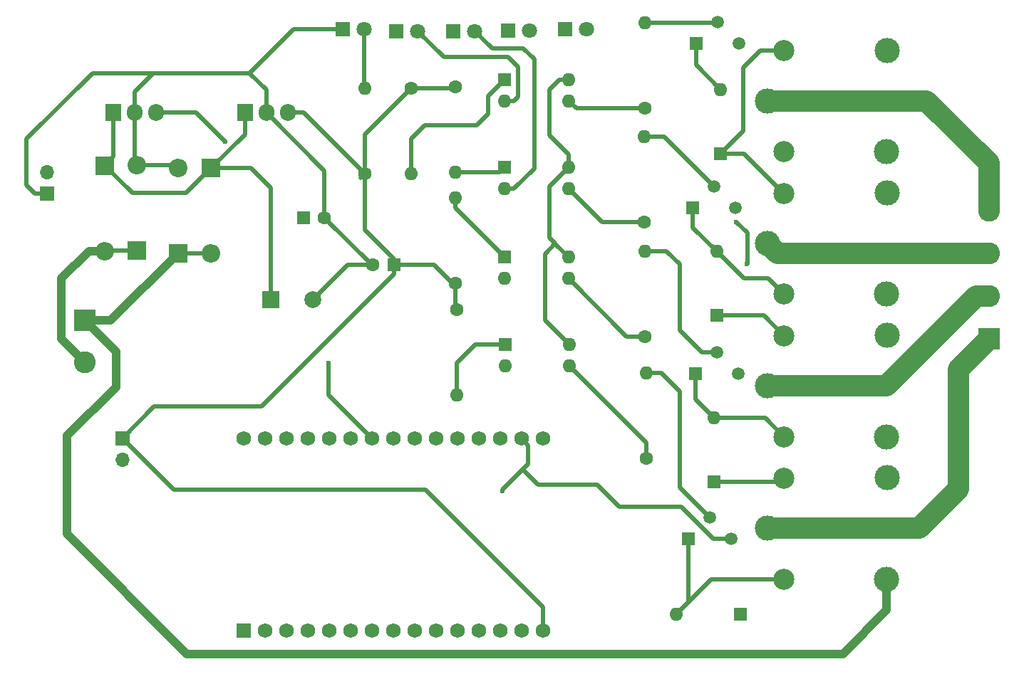
<source format=gbr>
%TF.GenerationSoftware,KiCad,Pcbnew,8.0.7*%
%TF.CreationDate,2025-08-04T19:52:47+05:30*%
%TF.ProjectId,IOT,494f542e-6b69-4636-9164-5f7063625858,rev?*%
%TF.SameCoordinates,Original*%
%TF.FileFunction,Copper,L2,Bot*%
%TF.FilePolarity,Positive*%
%FSLAX46Y46*%
G04 Gerber Fmt 4.6, Leading zero omitted, Abs format (unit mm)*
G04 Created by KiCad (PCBNEW 8.0.7) date 2025-08-04 19:52:47*
%MOMM*%
%LPD*%
G01*
G04 APERTURE LIST*
%TA.AperFunction,ComponentPad*%
%ADD10R,1.700000X1.700000*%
%TD*%
%TA.AperFunction,ComponentPad*%
%ADD11O,1.700000X1.700000*%
%TD*%
%TA.AperFunction,ComponentPad*%
%ADD12O,1.905000X2.000000*%
%TD*%
%TA.AperFunction,ComponentPad*%
%ADD13R,1.905000X2.000000*%
%TD*%
%TA.AperFunction,ComponentPad*%
%ADD14R,1.600000X1.600000*%
%TD*%
%TA.AperFunction,ComponentPad*%
%ADD15C,1.600000*%
%TD*%
%TA.AperFunction,ComponentPad*%
%ADD16O,1.600000X1.600000*%
%TD*%
%TA.AperFunction,ComponentPad*%
%ADD17R,2.200000X2.200000*%
%TD*%
%TA.AperFunction,ComponentPad*%
%ADD18O,2.200000X2.200000*%
%TD*%
%TA.AperFunction,ComponentPad*%
%ADD19R,1.800000X1.800000*%
%TD*%
%TA.AperFunction,ComponentPad*%
%ADD20C,1.800000*%
%TD*%
%TA.AperFunction,ComponentPad*%
%ADD21R,2.600000X2.600000*%
%TD*%
%TA.AperFunction,ComponentPad*%
%ADD22C,2.600000*%
%TD*%
%TA.AperFunction,ComponentPad*%
%ADD23R,1.752600X1.752600*%
%TD*%
%TA.AperFunction,ComponentPad*%
%ADD24C,1.752600*%
%TD*%
%TA.AperFunction,ComponentPad*%
%ADD25C,3.000000*%
%TD*%
%TA.AperFunction,ComponentPad*%
%ADD26C,2.500000*%
%TD*%
%TA.AperFunction,ComponentPad*%
%ADD27R,1.500000X1.500000*%
%TD*%
%TA.AperFunction,ComponentPad*%
%ADD28C,1.500000*%
%TD*%
%TA.AperFunction,ComponentPad*%
%ADD29R,2.000000X2.000000*%
%TD*%
%TA.AperFunction,ComponentPad*%
%ADD30C,2.000000*%
%TD*%
%TA.AperFunction,ViaPad*%
%ADD31C,0.600000*%
%TD*%
%TA.AperFunction,Conductor*%
%ADD32C,0.500000*%
%TD*%
%TA.AperFunction,Conductor*%
%ADD33C,1.000000*%
%TD*%
%TA.AperFunction,Conductor*%
%ADD34C,2.500000*%
%TD*%
%TA.AperFunction,Conductor*%
%ADD35C,0.200000*%
%TD*%
G04 APERTURE END LIST*
D10*
%TO.P,J4,1,Pin_1*%
%TO.N,GND*%
X130825000Y-47725000D03*
D11*
%TO.P,J4,2,Pin_2*%
%TO.N,/12V*%
X130825000Y-45185000D03*
%TD*%
D12*
%TO.P,U7,3,VO*%
%TO.N,/12V*%
X143775000Y-38075000D03*
%TO.P,U7,2,GND*%
%TO.N,GND*%
X141235000Y-38075000D03*
D13*
%TO.P,U7,1,VI*%
%TO.N,+12V*%
X138695000Y-38075000D03*
%TD*%
D14*
%TO.P,C3,1*%
%TO.N,/12V*%
X161275000Y-50600000D03*
D15*
%TO.P,C3,2*%
%TO.N,GND*%
X163775000Y-50600000D03*
%TD*%
%TO.P,R9,1*%
%TO.N,Net-(R9-Pad1)*%
X202025000Y-79255000D03*
D16*
%TO.P,R9,2*%
%TO.N,Net-(Q4-B)*%
X202025000Y-69095000D03*
%TD*%
D17*
%TO.P,D4,1,K*%
%TO.N,+12V*%
X150300000Y-44720000D03*
D18*
%TO.P,D4,2,A*%
%TO.N,/P-*%
X150300000Y-54880000D03*
%TD*%
D10*
%TO.P,J3,1,Pin_1*%
%TO.N,/VCC*%
X139750000Y-76900000D03*
D11*
%TO.P,J3,2,Pin_2*%
%TO.N,/JD-VCC*%
X139750000Y-79440000D03*
%TD*%
D15*
%TO.P,R7,1*%
%TO.N,Net-(R7-Pad1)*%
X201850000Y-64755000D03*
D16*
%TO.P,R7,2*%
%TO.N,Net-(Q3-B)*%
X201850000Y-54595000D03*
%TD*%
D14*
%TO.P,D8,1,K*%
%TO.N,/JD-VCC*%
X210075000Y-82060000D03*
D16*
%TO.P,D8,2,A*%
%TO.N,Net-(D8-A)*%
X210075000Y-74440000D03*
%TD*%
D19*
%TO.P,D13,1,K*%
%TO.N,/IN4*%
X192360000Y-28225000D03*
D20*
%TO.P,D13,2,A*%
%TO.N,Net-(D13-A)*%
X194900000Y-28225000D03*
%TD*%
D14*
%TO.P,U4,1*%
%TO.N,Net-(R6-Pad2)*%
X185150000Y-55300000D03*
D16*
%TO.P,U4,2*%
%TO.N,Net-(D12-A)*%
X185150000Y-57840000D03*
%TO.P,U4,3*%
%TO.N,Net-(R7-Pad1)*%
X192770000Y-57840000D03*
%TO.P,U4,4*%
%TO.N,/JD-VCC*%
X192770000Y-55300000D03*
%TD*%
D15*
%TO.P,R3,1*%
%TO.N,Net-(R3-Pad1)*%
X201850000Y-37605000D03*
D16*
%TO.P,R3,2*%
%TO.N,Net-(Q1-B)*%
X201850000Y-27445000D03*
%TD*%
D21*
%TO.P,J2,1,Pin_1*%
%TO.N,/C4*%
X242750000Y-65040000D03*
D22*
%TO.P,J2,2,Pin_2*%
%TO.N,/C3*%
X242750000Y-59960000D03*
%TO.P,J2,3,Pin_3*%
%TO.N,/C2*%
X242750000Y-54880000D03*
%TO.P,J2,4,Pin_4*%
%TO.N,/C1*%
X242750000Y-49800000D03*
%TD*%
D15*
%TO.P,R4,1*%
%TO.N,/VCC*%
X179300000Y-35100000D03*
D16*
%TO.P,R4,2*%
%TO.N,Net-(R4-Pad2)*%
X179300000Y-45260000D03*
%TD*%
D15*
%TO.P,R6,1*%
%TO.N,/VCC*%
X179300000Y-58455000D03*
D16*
%TO.P,R6,2*%
%TO.N,Net-(R6-Pad2)*%
X179300000Y-48295000D03*
%TD*%
D19*
%TO.P,D10,1,K*%
%TO.N,/IN1*%
X172335000Y-28425000D03*
D20*
%TO.P,D10,2,A*%
%TO.N,Net-(D10-A)*%
X174875000Y-28425000D03*
%TD*%
D15*
%TO.P,R1,1*%
%TO.N,/VCC*%
X168575000Y-45430000D03*
D16*
%TO.P,R1,2*%
%TO.N,Net-(D5-A)*%
X168575000Y-35270000D03*
%TD*%
D23*
%TO.P,U6,1,A0*%
%TO.N,unconnected-(U6-A0-Pad1)*%
X154190000Y-99760000D03*
D24*
%TO.P,U6,2,RSV1*%
%TO.N,unconnected-(U6-RSV1-Pad2)*%
X156730000Y-99760000D03*
%TO.P,U6,3,RSV2*%
%TO.N,unconnected-(U6-RSV2-Pad3)*%
X159270000Y-99760000D03*
%TO.P,U6,4,SD3*%
%TO.N,unconnected-(U6-SD3-Pad4)*%
X161810000Y-99760000D03*
%TO.P,U6,5,SD2*%
%TO.N,unconnected-(U6-SD2-Pad5)*%
X164350000Y-99760000D03*
%TO.P,U6,6,SD1*%
%TO.N,unconnected-(U6-SD1-Pad6)*%
X166890000Y-99760000D03*
%TO.P,U6,7,CMD*%
%TO.N,unconnected-(U6-CMD-Pad7)*%
X169430000Y-99760000D03*
%TO.P,U6,8,SD0*%
%TO.N,unconnected-(U6-SD0-Pad8)*%
X171970000Y-99760000D03*
%TO.P,U6,9,CLK*%
%TO.N,unconnected-(U6-CLK-Pad9)*%
X174510000Y-99760000D03*
%TO.P,U6,10,GND*%
%TO.N,GND*%
X177050000Y-99760000D03*
%TO.P,U6,11,3V3*%
%TO.N,unconnected-(U6-3V3-Pad11)_1*%
X179590000Y-99760000D03*
%TO.P,U6,12,EN*%
%TO.N,unconnected-(U6-EN-Pad12)*%
X182130000Y-99760000D03*
%TO.P,U6,13,RST*%
%TO.N,unconnected-(U6-RST-Pad13)*%
X184670000Y-99760000D03*
%TO.P,U6,14,GND*%
%TO.N,GND*%
X187210000Y-99760000D03*
%TO.P,U6,15,VIN*%
%TO.N,/VCC*%
X189750000Y-99760000D03*
%TO.P,U6,16,3V3*%
%TO.N,unconnected-(U6-3V3-Pad11)_2*%
X189750000Y-76900000D03*
%TO.P,U6,17,GND*%
%TO.N,GND*%
X187210000Y-76900000D03*
%TO.P,U6,18,TX*%
%TO.N,unconnected-(U6-TX-Pad18)*%
X184670000Y-76900000D03*
%TO.P,U6,19,RX*%
%TO.N,unconnected-(U6-RX-Pad19)*%
X182130000Y-76900000D03*
%TO.P,U6,20,D8*%
%TO.N,unconnected-(U6-D8-Pad20)*%
X179590000Y-76900000D03*
%TO.P,U6,21,D7*%
%TO.N,unconnected-(U6-D7-Pad21)*%
X177050000Y-76900000D03*
%TO.P,U6,22,D6*%
%TO.N,unconnected-(U6-D6-Pad22)*%
X174510000Y-76900000D03*
%TO.P,U6,23,D5*%
%TO.N,unconnected-(U6-D5-Pad23)*%
X171970000Y-76900000D03*
%TO.P,U6,24,GND*%
%TO.N,GND*%
X169430000Y-76900000D03*
%TO.P,U6,25,3V3*%
%TO.N,unconnected-(U6-3V3-Pad11)*%
X166890000Y-76900000D03*
%TO.P,U6,26,D4*%
%TO.N,/IN4*%
X164350000Y-76900000D03*
%TO.P,U6,27,D3*%
%TO.N,/IN3*%
X161810000Y-76900000D03*
%TO.P,U6,28,D2*%
%TO.N,/IN2*%
X159270000Y-76900000D03*
%TO.P,U6,29,D1*%
%TO.N,/IN1*%
X156730000Y-76900000D03*
%TO.P,U6,30,D0*%
%TO.N,unconnected-(U6-D0-Pad30)*%
X154190000Y-76900000D03*
%TD*%
D19*
%TO.P,D12,1,K*%
%TO.N,/IN3*%
X185610000Y-28350000D03*
D20*
%TO.P,D12,2,A*%
%TO.N,Net-(D12-A)*%
X188150000Y-28350000D03*
%TD*%
D13*
%TO.P,U1,1,IN*%
%TO.N,+12V*%
X154310000Y-38145000D03*
D12*
%TO.P,U1,2,GND*%
%TO.N,GND*%
X156850000Y-38145000D03*
%TO.P,U1,3,OUT*%
%TO.N,/VCC*%
X159390000Y-38145000D03*
%TD*%
D25*
%TO.P,K3,1*%
%TO.N,/C3*%
X216425000Y-70625000D03*
D26*
%TO.P,K3,2*%
%TO.N,Net-(D8-A)*%
X218375000Y-76675000D03*
D25*
%TO.P,K3,3*%
%TO.N,/P-*%
X230575000Y-76675000D03*
%TO.P,K3,4*%
%TO.N,/P+*%
X230625000Y-64625000D03*
D26*
%TO.P,K3,5*%
%TO.N,/JD-VCC*%
X218375000Y-64675000D03*
%TD*%
D27*
%TO.P,Q1,1,C*%
%TO.N,Net-(D6-A)*%
X207910000Y-29915000D03*
D28*
%TO.P,Q1,2,B*%
%TO.N,Net-(Q1-B)*%
X210450000Y-27375000D03*
%TO.P,Q1,3,E*%
%TO.N,GND*%
X212990000Y-29915000D03*
%TD*%
D15*
%TO.P,R8,1*%
%TO.N,/VCC*%
X179475000Y-61600000D03*
D16*
%TO.P,R8,2*%
%TO.N,Net-(R8-Pad2)*%
X179475000Y-71760000D03*
%TD*%
D14*
%TO.P,C2,1*%
%TO.N,/VCC*%
X172025000Y-56250000D03*
D15*
%TO.P,C2,2*%
%TO.N,GND*%
X169525000Y-56250000D03*
%TD*%
D17*
%TO.P,D1,1,K*%
%TO.N,/P+*%
X141450000Y-54555000D03*
D18*
%TO.P,D1,2,A*%
%TO.N,GND*%
X141450000Y-44395000D03*
%TD*%
D17*
%TO.P,D3,1,K*%
%TO.N,+12V*%
X137700000Y-44420000D03*
D18*
%TO.P,D3,2,A*%
%TO.N,/P+*%
X137700000Y-54580000D03*
%TD*%
D14*
%TO.P,U2,1*%
%TO.N,Net-(R2-Pad2)*%
X185175000Y-34175000D03*
D16*
%TO.P,U2,2*%
%TO.N,Net-(D10-A)*%
X185175000Y-36715000D03*
%TO.P,U2,3*%
%TO.N,Net-(R3-Pad1)*%
X192795000Y-36715000D03*
%TO.P,U2,4*%
%TO.N,/JD-VCC*%
X192795000Y-34175000D03*
%TD*%
D29*
%TO.P,C1,1*%
%TO.N,+12V*%
X157382323Y-60400000D03*
D30*
%TO.P,C1,2*%
%TO.N,GND*%
X162382323Y-60400000D03*
%TD*%
D25*
%TO.P,K2,1*%
%TO.N,/C2*%
X216425000Y-53675000D03*
D26*
%TO.P,K2,2*%
%TO.N,Net-(D7-A)*%
X218375000Y-59725000D03*
D25*
%TO.P,K2,3*%
%TO.N,/P-*%
X230575000Y-59725000D03*
%TO.P,K2,4*%
%TO.N,/P+*%
X230625000Y-47675000D03*
D26*
%TO.P,K2,5*%
%TO.N,/JD-VCC*%
X218375000Y-47725000D03*
%TD*%
D21*
%TO.P,J1,1,Pin_1*%
%TO.N,/P-*%
X135295000Y-62825000D03*
D22*
%TO.P,J1,2,Pin_2*%
%TO.N,/P+*%
X135295000Y-67825000D03*
%TD*%
D14*
%TO.P,D7,1,K*%
%TO.N,/JD-VCC*%
X210375000Y-62260000D03*
D16*
%TO.P,D7,2,A*%
%TO.N,Net-(D7-A)*%
X210375000Y-54640000D03*
%TD*%
D17*
%TO.P,D2,1,K*%
%TO.N,/P-*%
X146375000Y-54830000D03*
D18*
%TO.P,D2,2,A*%
%TO.N,GND*%
X146375000Y-44670000D03*
%TD*%
D25*
%TO.P,K1,1*%
%TO.N,/C1*%
X216425000Y-36725000D03*
D26*
%TO.P,K1,2*%
%TO.N,Net-(D6-A)*%
X218375000Y-42775000D03*
D25*
%TO.P,K1,3*%
%TO.N,/P-*%
X230575000Y-42775000D03*
%TO.P,K1,4*%
%TO.N,/P+*%
X230625000Y-30725000D03*
D26*
%TO.P,K1,5*%
%TO.N,/JD-VCC*%
X218375000Y-30775000D03*
%TD*%
D27*
%TO.P,Q4,1,C*%
%TO.N,Net-(D9-A)*%
X207025000Y-88825000D03*
D28*
%TO.P,Q4,2,B*%
%TO.N,Net-(Q4-B)*%
X209565000Y-86285000D03*
%TO.P,Q4,3,E*%
%TO.N,GND*%
X212105000Y-88825000D03*
%TD*%
D15*
%TO.P,R2,1*%
%TO.N,/VCC*%
X174050000Y-35270000D03*
D16*
%TO.P,R2,2*%
%TO.N,Net-(R2-Pad2)*%
X174050000Y-45430000D03*
%TD*%
D19*
%TO.P,D11,1,K*%
%TO.N,/IN2*%
X179085000Y-28425000D03*
D20*
%TO.P,D11,2,A*%
%TO.N,Net-(D11-A)*%
X181625000Y-28425000D03*
%TD*%
D14*
%TO.P,D6,1,K*%
%TO.N,/JD-VCC*%
X210825000Y-42985000D03*
D16*
%TO.P,D6,2,A*%
%TO.N,Net-(D6-A)*%
X210825000Y-35365000D03*
%TD*%
D14*
%TO.P,U3,1*%
%TO.N,Net-(R4-Pad2)*%
X185175000Y-44625000D03*
D16*
%TO.P,U3,2*%
%TO.N,Net-(D11-A)*%
X185175000Y-47165000D03*
%TO.P,U3,3*%
%TO.N,Net-(R5-Pad1)*%
X192795000Y-47165000D03*
%TO.P,U3,4*%
%TO.N,/JD-VCC*%
X192795000Y-44625000D03*
%TD*%
D25*
%TO.P,K4,1*%
%TO.N,/C4*%
X216425000Y-87575000D03*
D26*
%TO.P,K4,2*%
%TO.N,Net-(D9-A)*%
X218375000Y-93625000D03*
D25*
%TO.P,K4,3*%
%TO.N,/P-*%
X230575000Y-93625000D03*
%TO.P,K4,4*%
%TO.N,/P+*%
X230625000Y-81575000D03*
D26*
%TO.P,K4,5*%
%TO.N,/JD-VCC*%
X218375000Y-81625000D03*
%TD*%
D15*
%TO.P,R5,1*%
%TO.N,Net-(R5-Pad1)*%
X201725000Y-51180000D03*
D16*
%TO.P,R5,2*%
%TO.N,Net-(Q2-B)*%
X201725000Y-41020000D03*
%TD*%
D27*
%TO.P,Q2,1,C*%
%TO.N,Net-(D7-A)*%
X207560000Y-49490000D03*
D28*
%TO.P,Q2,2,B*%
%TO.N,Net-(Q2-B)*%
X210100000Y-46950000D03*
%TO.P,Q2,3,E*%
%TO.N,GND*%
X212640000Y-49490000D03*
%TD*%
D19*
%TO.P,D5,1,K*%
%TO.N,GND*%
X165935000Y-28175000D03*
D20*
%TO.P,D5,2,A*%
%TO.N,Net-(D5-A)*%
X168475000Y-28175000D03*
%TD*%
D14*
%TO.P,U5,1*%
%TO.N,Net-(R8-Pad2)*%
X185250000Y-65675000D03*
D16*
%TO.P,U5,2*%
%TO.N,Net-(D13-A)*%
X185250000Y-68215000D03*
%TO.P,U5,3*%
%TO.N,Net-(R9-Pad1)*%
X192870000Y-68215000D03*
%TO.P,U5,4*%
%TO.N,/JD-VCC*%
X192870000Y-65675000D03*
%TD*%
D27*
%TO.P,Q3,1,C*%
%TO.N,Net-(D8-A)*%
X207825000Y-69200000D03*
D28*
%TO.P,Q3,2,B*%
%TO.N,Net-(Q3-B)*%
X210365000Y-66660000D03*
%TO.P,Q3,3,E*%
%TO.N,GND*%
X212905000Y-69200000D03*
%TD*%
D14*
%TO.P,D9,1,K*%
%TO.N,/JD-VCC*%
X213185000Y-97825000D03*
D16*
%TO.P,D9,2,A*%
%TO.N,Net-(D9-A)*%
X205565000Y-97825000D03*
%TD*%
D31*
%TO.N,/12V*%
X151980037Y-41555037D03*
%TO.N,GND*%
X184945037Y-83129963D03*
X213950000Y-56175000D03*
X164222537Y-67922537D03*
X212700000Y-51125000D03*
%TD*%
D32*
%TO.N,GND*%
X136225000Y-33425000D02*
X143900000Y-33425000D01*
X128375000Y-41275000D02*
X136225000Y-33425000D01*
X128375000Y-46725000D02*
X128375000Y-41275000D01*
X129375000Y-47725000D02*
X128375000Y-46725000D01*
X130825000Y-47725000D02*
X129375000Y-47725000D01*
%TO.N,/12V*%
X148500000Y-38075000D02*
X151980037Y-41555037D01*
X143775000Y-38075000D02*
X148500000Y-38075000D01*
%TO.N,GND*%
X160150000Y-28175000D02*
X154900000Y-33425000D01*
X165935000Y-28175000D02*
X160150000Y-28175000D01*
X154900000Y-33425000D02*
X156850000Y-35375000D01*
X141235000Y-35615000D02*
X143425000Y-33425000D01*
X143425000Y-33425000D02*
X154900000Y-33425000D01*
X156850000Y-35375000D02*
X156850000Y-38145000D01*
X141235000Y-38075000D02*
X141235000Y-35615000D01*
X163775000Y-45070000D02*
X163775000Y-50600000D01*
X156850000Y-38145000D02*
X163775000Y-45070000D01*
%TO.N,/VCC*%
X161290000Y-38145000D02*
X168575000Y-45430000D01*
X159390000Y-38145000D02*
X161290000Y-38145000D01*
%TO.N,GND*%
X141235000Y-44180000D02*
X141450000Y-44395000D01*
X141235000Y-38075000D02*
X141235000Y-44180000D01*
%TO.N,+12V*%
X138695000Y-43355000D02*
X138695000Y-38075000D01*
X137700000Y-44420000D02*
X137700000Y-44350000D01*
X137700000Y-44350000D02*
X138695000Y-43355000D01*
X154310000Y-40710000D02*
X154310000Y-38145000D01*
X150300000Y-44720000D02*
X154310000Y-40710000D01*
D33*
%TO.N,/P-*%
X133175000Y-76575000D02*
X139000000Y-70750000D01*
X133175000Y-88225000D02*
X133175000Y-76575000D01*
X147450000Y-102500000D02*
X133175000Y-88225000D01*
X225400000Y-102500000D02*
X147450000Y-102500000D01*
X139000000Y-70750000D02*
X139000000Y-66530000D01*
X230575000Y-97325000D02*
X225400000Y-102500000D01*
X230575000Y-93625000D02*
X230575000Y-97325000D01*
X139000000Y-66530000D02*
X135295000Y-62825000D01*
%TO.N,/P+*%
X135770000Y-54580000D02*
X137700000Y-54580000D01*
X132525000Y-57825000D02*
X135770000Y-54580000D01*
X132525000Y-65055000D02*
X132525000Y-57825000D01*
X135295000Y-67825000D02*
X132525000Y-65055000D01*
%TO.N,/P-*%
X138380000Y-62825000D02*
X146375000Y-54830000D01*
X135295000Y-62825000D02*
X138380000Y-62825000D01*
D32*
%TO.N,GND*%
X163775000Y-50600000D02*
X163775000Y-50000000D01*
X163775000Y-50600000D02*
X169425000Y-56250000D01*
X169425000Y-56250000D02*
X169525000Y-56250000D01*
D34*
%TO.N,/C4*%
X239100000Y-82900000D02*
X234425000Y-87575000D01*
X239100000Y-79850000D02*
X239100000Y-82900000D01*
X234425000Y-87575000D02*
X216425000Y-87575000D01*
X239100000Y-68690000D02*
X242750000Y-65040000D01*
X239100000Y-79850000D02*
X239100000Y-68690000D01*
D32*
%TO.N,GND*%
X212105000Y-88825000D02*
X209983679Y-88825000D01*
X188000000Y-79950000D02*
X188000000Y-77690000D01*
X198825000Y-85050000D02*
X196175000Y-82400000D01*
X214000000Y-56125000D02*
X213950000Y-56175000D01*
X162382323Y-60400000D02*
X166532323Y-56250000D01*
X184945037Y-83129963D02*
X184945037Y-83004963D01*
X141450000Y-44395000D02*
X146100000Y-44395000D01*
X146100000Y-44395000D02*
X146375000Y-44670000D01*
X166532323Y-56250000D02*
X169525000Y-56250000D01*
X164222537Y-71692537D02*
X169430000Y-76900000D01*
X209983679Y-88825000D02*
X206208679Y-85050000D01*
X212700000Y-51125000D02*
X214000000Y-52425000D01*
X184945037Y-83004963D02*
X188000000Y-79950000D01*
X206208679Y-85050000D02*
X198825000Y-85050000D01*
X196175000Y-82400000D02*
X189125000Y-82400000D01*
X214000000Y-52425000D02*
X214000000Y-56125000D01*
X189125000Y-82400000D02*
X187337500Y-80612500D01*
X188000000Y-77690000D02*
X187210000Y-76900000D01*
X164222537Y-67922537D02*
X164222537Y-71692537D01*
%TO.N,+12V*%
X147320000Y-47700000D02*
X150300000Y-44720000D01*
X140980000Y-47700000D02*
X147320000Y-47700000D01*
X150300000Y-44720000D02*
X155020000Y-44720000D01*
X157382323Y-47082323D02*
X157382323Y-60400000D01*
X137700000Y-44420000D02*
X140980000Y-47700000D01*
X155020000Y-44720000D02*
X157382323Y-47082323D01*
%TO.N,/P+*%
X141450000Y-54555000D02*
X137725000Y-54555000D01*
X230600000Y-30750000D02*
X230600000Y-30800000D01*
X230600000Y-30800000D02*
X231000000Y-31200000D01*
X137725000Y-54555000D02*
X137700000Y-54580000D01*
X230625000Y-30725000D02*
X230600000Y-30750000D01*
D35*
%TO.N,/P-*%
X230575000Y-93825000D02*
X230500000Y-93900000D01*
D32*
X150250000Y-54830000D02*
X150300000Y-54880000D01*
X146375000Y-54830000D02*
X150250000Y-54830000D01*
D35*
X230600000Y-93600000D02*
X230600000Y-93500000D01*
X230575000Y-93825000D02*
X230575000Y-93625000D01*
X230575000Y-93625000D02*
X230800000Y-93400000D01*
X230800000Y-93400000D02*
X230800000Y-93100000D01*
X230575000Y-93625000D02*
X230600000Y-93600000D01*
D32*
%TO.N,Net-(D5-A)*%
X168475000Y-35170000D02*
X168575000Y-35270000D01*
X168475000Y-28175000D02*
X168475000Y-35170000D01*
%TO.N,/VCC*%
X168575000Y-52075000D02*
X168575000Y-45430000D01*
X179130000Y-35270000D02*
X179300000Y-35100000D01*
X179300000Y-58455000D02*
X179300000Y-61425000D01*
X172025000Y-57350000D02*
X172025000Y-56250000D01*
X179300000Y-58455000D02*
X178955000Y-58455000D01*
X139750000Y-76900000D02*
X143545000Y-73105000D01*
X179300000Y-61425000D02*
X179475000Y-61600000D01*
X168575000Y-40745000D02*
X174050000Y-35270000D01*
X175800000Y-83000000D02*
X145850000Y-83000000D01*
X189750000Y-96950000D02*
X175800000Y-83000000D01*
X143545000Y-73105000D02*
X156270000Y-73105000D01*
X172025000Y-55525000D02*
X168575000Y-52075000D01*
X145850000Y-83000000D02*
X139750000Y-76900000D01*
X168105000Y-45900000D02*
X168575000Y-45430000D01*
X178955000Y-58455000D02*
X176750000Y-56250000D01*
X168575000Y-45430000D02*
X168575000Y-40745000D01*
X156270000Y-73105000D02*
X172025000Y-57350000D01*
X189750000Y-99760000D02*
X189750000Y-96950000D01*
X174050000Y-35270000D02*
X179130000Y-35270000D01*
X176750000Y-56250000D02*
X172025000Y-56250000D01*
X172025000Y-56250000D02*
X172025000Y-55525000D01*
%TO.N,Net-(D6-A)*%
X207910000Y-29915000D02*
X207910000Y-32450000D01*
X207910000Y-32450000D02*
X210825000Y-35365000D01*
%TO.N,/JD-VCC*%
X210825000Y-42985000D02*
X213635000Y-42985000D01*
X191220000Y-53750000D02*
X191220000Y-53700000D01*
X210075000Y-82060000D02*
X217940000Y-82060000D01*
X215525000Y-30775000D02*
X213500000Y-32800000D01*
X192795000Y-43075000D02*
X191220000Y-41500000D01*
X190000000Y-62805000D02*
X192870000Y-65675000D01*
X213185000Y-97825000D02*
X213275000Y-97825000D01*
X192795000Y-44625000D02*
X190500000Y-46920000D01*
X190500000Y-46920000D02*
X190500000Y-52980000D01*
X192795000Y-44625000D02*
X192795000Y-43075000D01*
X192770000Y-55300000D02*
X191220000Y-53750000D01*
X190000000Y-54920000D02*
X190000000Y-62805000D01*
X190500000Y-40780000D02*
X191220000Y-41500000D01*
X213500000Y-40310000D02*
X210825000Y-42985000D01*
X213275000Y-97825000D02*
X213300000Y-97800000D01*
X213500000Y-32800000D02*
X213500000Y-40310000D01*
X190500000Y-52980000D02*
X191220000Y-53700000D01*
X191725000Y-34175000D02*
X190500000Y-35400000D01*
X191220000Y-53700000D02*
X190000000Y-54920000D01*
X210375000Y-62260000D02*
X215960000Y-62260000D01*
X217940000Y-82060000D02*
X218375000Y-81625000D01*
X192795000Y-34175000D02*
X191725000Y-34175000D01*
X213635000Y-42985000D02*
X218375000Y-47725000D01*
X218375000Y-30775000D02*
X215525000Y-30775000D01*
X190500000Y-35400000D02*
X190500000Y-40780000D01*
X215960000Y-62260000D02*
X218375000Y-64675000D01*
%TO.N,Net-(D7-A)*%
X207560000Y-49490000D02*
X207560000Y-51825000D01*
X216500000Y-57850000D02*
X218375000Y-59725000D01*
X213585000Y-57850000D02*
X216500000Y-57850000D01*
X210375000Y-54640000D02*
X213585000Y-57850000D01*
X207560000Y-51825000D02*
X210375000Y-54640000D01*
%TO.N,Net-(D8-A)*%
X216140000Y-74440000D02*
X218375000Y-76675000D01*
X210075000Y-74440000D02*
X216140000Y-74440000D01*
X207825000Y-72190000D02*
X210075000Y-74440000D01*
X207825000Y-69200000D02*
X207825000Y-72190000D01*
%TO.N,Net-(D9-A)*%
X209765000Y-93625000D02*
X218375000Y-93625000D01*
X205565000Y-97825000D02*
X209765000Y-93625000D01*
X207025000Y-88825000D02*
X207025000Y-96365000D01*
%TO.N,Net-(D10-A)*%
X186800000Y-32700000D02*
X186800000Y-36221370D01*
X175175000Y-28425000D02*
X175300000Y-28300000D01*
X186306370Y-36715000D02*
X185175000Y-36715000D01*
X185600000Y-31500000D02*
X186800000Y-32700000D01*
X174875000Y-28425000D02*
X177950000Y-31500000D01*
X186800000Y-36221370D02*
X186306370Y-36715000D01*
X177950000Y-31500000D02*
X185600000Y-31500000D01*
X174875000Y-28425000D02*
X175175000Y-28425000D01*
%TO.N,Net-(D11-A)*%
X188700000Y-44771370D02*
X186306370Y-47165000D01*
X188700000Y-31800000D02*
X188700000Y-44771370D01*
X183700000Y-30500000D02*
X187400000Y-30500000D01*
X187400000Y-30500000D02*
X188700000Y-31800000D01*
X186306370Y-47165000D02*
X185175000Y-47165000D01*
X181625000Y-28425000D02*
X183700000Y-30500000D01*
D34*
%TO.N,/C2*%
X217630000Y-54880000D02*
X216425000Y-53675000D01*
X242750000Y-54880000D02*
X217630000Y-54880000D01*
%TO.N,/C3*%
X230575000Y-70625000D02*
X241240000Y-59960000D01*
X241240000Y-59960000D02*
X242750000Y-59960000D01*
X216425000Y-70625000D02*
X230575000Y-70625000D01*
%TO.N,/C1*%
X235325000Y-36725000D02*
X242750000Y-44150000D01*
X216425000Y-36725000D02*
X235325000Y-36725000D01*
X242750000Y-44150000D02*
X242750000Y-49800000D01*
D32*
%TO.N,Net-(Q1-B)*%
X201850000Y-27445000D02*
X210380000Y-27445000D01*
X210380000Y-27445000D02*
X210450000Y-27375000D01*
%TO.N,Net-(Q2-B)*%
X201725000Y-41020000D02*
X204170000Y-41020000D01*
X204170000Y-41020000D02*
X210100000Y-46950000D01*
%TO.N,Net-(Q3-B)*%
X205975000Y-63975000D02*
X208660000Y-66660000D01*
X205975000Y-56175000D02*
X205975000Y-63975000D01*
X201850000Y-54595000D02*
X204395000Y-54595000D01*
X208660000Y-66660000D02*
X210365000Y-66660000D01*
X204395000Y-54595000D02*
X205975000Y-56175000D01*
%TO.N,Net-(Q4-B)*%
X203795000Y-69095000D02*
X206000000Y-71300000D01*
X206000000Y-82720000D02*
X209565000Y-86285000D01*
X206000000Y-71300000D02*
X206000000Y-82720000D01*
X202025000Y-69095000D02*
X203795000Y-69095000D01*
%TO.N,Net-(R2-Pad2)*%
X174050000Y-45430000D02*
X174050000Y-41250000D01*
X181900000Y-39600000D02*
X183200000Y-38300000D01*
X183200000Y-36150000D02*
X185175000Y-34175000D01*
X183200000Y-38300000D02*
X183200000Y-36150000D01*
X175700000Y-39600000D02*
X181900000Y-39600000D01*
X174050000Y-41250000D02*
X175700000Y-39600000D01*
%TO.N,Net-(R3-Pad1)*%
X193685000Y-37605000D02*
X192795000Y-36715000D01*
X201850000Y-37605000D02*
X193685000Y-37605000D01*
%TO.N,Net-(R4-Pad2)*%
X179300000Y-45260000D02*
X184540000Y-45260000D01*
X184540000Y-45260000D02*
X185175000Y-44625000D01*
%TO.N,Net-(R5-Pad1)*%
X196810000Y-51180000D02*
X192795000Y-47165000D01*
X201725000Y-51180000D02*
X196810000Y-51180000D01*
%TO.N,Net-(R6-Pad2)*%
X179300000Y-49450000D02*
X185150000Y-55300000D01*
X179300000Y-48295000D02*
X179300000Y-49450000D01*
%TO.N,Net-(R7-Pad1)*%
X201850000Y-64755000D02*
X199685000Y-64755000D01*
X199685000Y-64755000D02*
X192770000Y-57840000D01*
%TO.N,Net-(R8-Pad2)*%
X179475000Y-67925000D02*
X181725000Y-65675000D01*
X181725000Y-65675000D02*
X185250000Y-65675000D01*
X179475000Y-71760000D02*
X179475000Y-67925000D01*
%TO.N,Net-(R9-Pad1)*%
X202025000Y-79255000D02*
X202025000Y-77370000D01*
X202025000Y-77370000D02*
X192870000Y-68215000D01*
%TD*%
M02*

</source>
